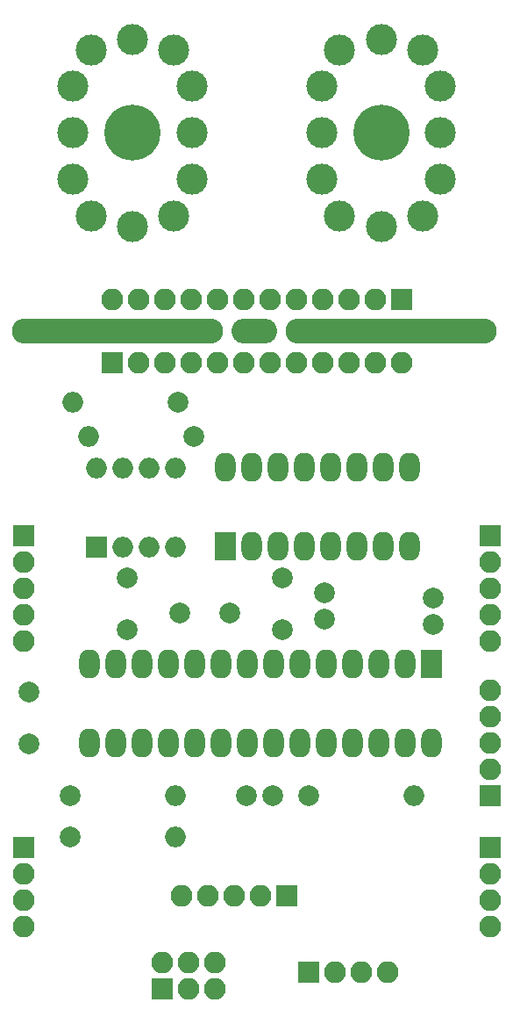
<source format=gbs>
G04 #@! TF.FileFunction,Soldermask,Bot*
%FSLAX46Y46*%
G04 Gerber Fmt 4.6, Leading zero omitted, Abs format (unit mm)*
G04 Created by KiCad (PCBNEW 4.0.7) date 10/16/17 21:23:38*
%MOMM*%
%LPD*%
G01*
G04 APERTURE LIST*
%ADD10C,0.100000*%
%ADD11R,2.000000X2.000000*%
%ADD12O,2.000000X2.000000*%
%ADD13C,2.000000*%
%ADD14R,2.100000X2.100000*%
%ADD15O,2.100000X2.100000*%
%ADD16R,2.000000X2.800000*%
%ADD17O,2.000000X2.800000*%
%ADD18C,3.000000*%
%ADD19C,5.400000*%
%ADD20O,20.400000X2.400000*%
%ADD21O,4.400000X2.400000*%
G04 APERTURE END LIST*
D10*
D11*
X143556000Y-98090000D03*
D12*
X151176000Y-90470000D03*
X146096000Y-98090000D03*
X148636000Y-90470000D03*
X148636000Y-98090000D03*
X146096000Y-90470000D03*
X151176000Y-98090000D03*
X143556000Y-90470000D03*
D13*
X165500000Y-105000000D03*
X165500000Y-102500000D03*
X176000000Y-103000000D03*
X176000000Y-105500000D03*
X137000000Y-117000000D03*
X137000000Y-112000000D03*
X158000000Y-122000000D03*
X160500000Y-122000000D03*
X161500000Y-101000000D03*
X161500000Y-106000000D03*
X146500000Y-101000000D03*
X146500000Y-106000000D03*
D14*
X181500000Y-127000000D03*
D15*
X181500000Y-129540000D03*
X181500000Y-132080000D03*
X181500000Y-134620000D03*
D14*
X181500000Y-122000000D03*
D15*
X181500000Y-119460000D03*
X181500000Y-116920000D03*
X181500000Y-114380000D03*
X181500000Y-111840000D03*
D14*
X136500000Y-127000000D03*
D15*
X136500000Y-129540000D03*
X136500000Y-132080000D03*
X136500000Y-134620000D03*
D14*
X149906000Y-140635000D03*
D15*
X149906000Y-138095000D03*
X152446000Y-140635000D03*
X152446000Y-138095000D03*
X154986000Y-140635000D03*
X154986000Y-138095000D03*
D14*
X164000000Y-139000000D03*
D15*
X166540000Y-139000000D03*
X169080000Y-139000000D03*
X171620000Y-139000000D03*
D14*
X181500000Y-97000000D03*
D15*
X181500000Y-99540000D03*
X181500000Y-102080000D03*
X181500000Y-104620000D03*
X181500000Y-107160000D03*
D14*
X136500000Y-97000000D03*
D15*
X136500000Y-99540000D03*
X136500000Y-102080000D03*
X136500000Y-104620000D03*
X136500000Y-107160000D03*
D13*
X164000000Y-122000000D03*
D12*
X174160000Y-122000000D03*
D13*
X141000000Y-122000000D03*
D12*
X151160000Y-122000000D03*
D13*
X151430000Y-84120000D03*
D12*
X141270000Y-84120000D03*
D13*
X141000000Y-126000000D03*
D12*
X151160000Y-126000000D03*
D13*
X152954000Y-87422000D03*
D12*
X142794000Y-87422000D03*
D16*
X175846000Y-109298000D03*
D17*
X142826000Y-116918000D03*
X173306000Y-109298000D03*
X145366000Y-116918000D03*
X170766000Y-109298000D03*
X147906000Y-116918000D03*
X168226000Y-109298000D03*
X150446000Y-116918000D03*
X165686000Y-109298000D03*
X152986000Y-116918000D03*
X163146000Y-109298000D03*
X155526000Y-116918000D03*
X160606000Y-109298000D03*
X158066000Y-116918000D03*
X158066000Y-109298000D03*
X160606000Y-116918000D03*
X155526000Y-109298000D03*
X163146000Y-116918000D03*
X152986000Y-109298000D03*
X165686000Y-116918000D03*
X150446000Y-109298000D03*
X168226000Y-116918000D03*
X147906000Y-109298000D03*
X170766000Y-116918000D03*
X145366000Y-109298000D03*
X173306000Y-116918000D03*
X142826000Y-109298000D03*
X175846000Y-116918000D03*
D16*
X156000000Y-98000000D03*
D17*
X173780000Y-90380000D03*
X158540000Y-98000000D03*
X171240000Y-90380000D03*
X161080000Y-98000000D03*
X168700000Y-90380000D03*
X163620000Y-98000000D03*
X166160000Y-90380000D03*
X166160000Y-98000000D03*
X163620000Y-90380000D03*
X168700000Y-98000000D03*
X161080000Y-90380000D03*
X171240000Y-98000000D03*
X158540000Y-90380000D03*
X173780000Y-98000000D03*
X156000000Y-90380000D03*
D18*
X147000000Y-67126000D03*
X143000000Y-66126000D03*
X141250000Y-62626000D03*
X141250000Y-58126000D03*
X141250000Y-53626000D03*
X143000000Y-50126000D03*
X147000000Y-49126000D03*
X151000000Y-50126000D03*
X152750000Y-53626000D03*
X152750000Y-58126000D03*
X152750000Y-62626000D03*
D19*
X147000000Y-58126000D03*
D18*
X151000000Y-66126000D03*
X171000000Y-67126000D03*
X167000000Y-66126000D03*
X165250000Y-62626000D03*
X165250000Y-58126000D03*
X165250000Y-53626000D03*
X167000000Y-50126000D03*
X171000000Y-49126000D03*
X175000000Y-50126000D03*
X176750000Y-53626000D03*
X176750000Y-58126000D03*
X176750000Y-62626000D03*
D19*
X171000000Y-58126000D03*
D18*
X175000000Y-66126000D03*
D13*
X151600000Y-104400000D03*
X156400000Y-104400000D03*
D14*
X161876000Y-131650000D03*
D15*
X159336000Y-131650000D03*
X156796000Y-131650000D03*
X154256000Y-131650000D03*
X151716000Y-131650000D03*
D14*
X145080000Y-80310000D03*
D15*
X147620000Y-80310000D03*
X150160000Y-80310000D03*
X152700000Y-80310000D03*
X155240000Y-80310000D03*
X157780000Y-80310000D03*
X160320000Y-80310000D03*
X162860000Y-80310000D03*
X165400000Y-80310000D03*
X167940000Y-80310000D03*
X170480000Y-80310000D03*
X173020000Y-80310000D03*
D14*
X173020000Y-74214000D03*
D15*
X170480000Y-74214000D03*
X167940000Y-74214000D03*
X165400000Y-74214000D03*
X162860000Y-74214000D03*
X160320000Y-74214000D03*
X157780000Y-74214000D03*
X155240000Y-74214000D03*
X152700000Y-74214000D03*
X150160000Y-74214000D03*
X147620000Y-74214000D03*
X145080000Y-74214000D03*
D20*
X145588000Y-77262000D03*
X172004000Y-77262000D03*
D21*
X158796000Y-77262000D03*
M02*

</source>
